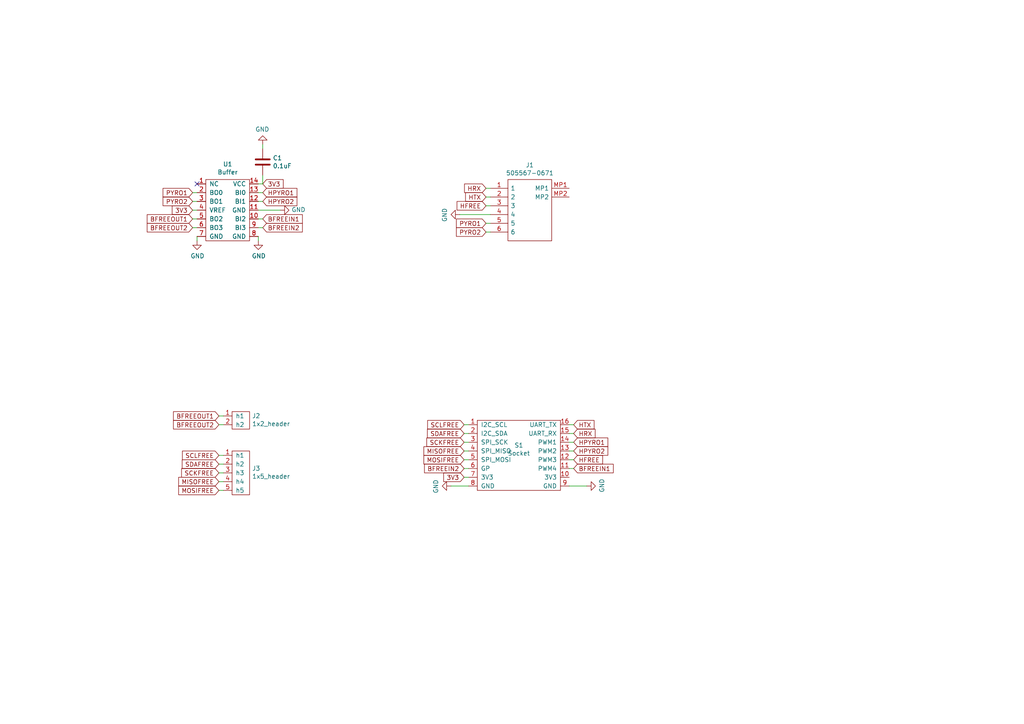
<source format=kicad_sch>
(kicad_sch (version 20211123) (generator eeschema)
  (paper "A4")
  (title_block (title "Clip Board") (date "2022-01-02") (rev "R04") (company "EPFL Rocket Team") (comment 1 "EPFL Rocket Team all right reserved"))
  (lib_symbols
    (symbol "CLIP_BOARD:1x2_header" (pin_names (offset 1.016))
      (property "Reference" "J" (at 0 3.81 0))
      (property "Value" "1x2_header" (at 0 -3.81 0))
      (symbol "1x2_header_0_1"
        (rectangle (start -2.54 2.54) (end 2.54 -2.54))
      )
      (symbol "1x2_header_1_1"
        (pin passive line (at -5.08 1.27 0) (length 2.54) (name "h1") (number "1"))
        (pin passive line (at -5.08 -1.27 0) (length 2.54) (name "h2") (number "2"))
      )
    )
    (symbol "CLIP_BOARD:1x5_header" (pin_names (offset 1.016))
      (property "Reference" "J" (at -1.27 7.62 0))
      (property "Value" "1x5_header" (at 0 -7.62 0))
      (symbol "1x5_header_0_1"
        (rectangle (start -2.54 6.35) (end 2.54 -6.35))
      )
      (symbol "1x5_header_1_1"
        (pin passive line (at -5.08 5.08 0) (length 2.54) (name "h1") (number "1"))
        (pin passive line (at -5.08 2.54 0) (length 2.54) (name "h2") (number "2"))
        (pin passive line (at -5.08 0 0) (length 2.54) (name "h3") (number "3"))
        (pin passive line (at -5.08 -2.54 0) (length 2.54) (name "h4") (number "4"))
        (pin passive line (at -5.08 -5.08 0) (length 2.54) (name "h5") (number "5"))
      )
    )
    (symbol "CLIP_BOARD:GTL2034PW,118" (pin_names (offset 1.016))
      (property "Reference" "U" (at -5.08 10.16 0))
      (property "Value" "GTL2034PW,118" (at 0 -10.16 0))
      (symbol "GTL2034PW,118_0_1"
        (rectangle (start -6.35 8.89) (end 6.35 -8.89))
      )
      (symbol "GTL2034PW,118_1_1"
        (pin input line (at -8.89 7.62 0) (length 2.54) (name "NC") (number "1"))
        (pin input line (at 8.89 -2.54 180) (length 2.54) (name "BI2") (number "10"))
        (pin output line (at 8.89 0 180) (length 2.54) (name "GND") (number "11"))
        (pin input line (at 8.89 2.54 180) (length 2.54) (name "BI1") (number "12"))
        (pin input line (at 8.89 5.08 180) (length 2.54) (name "BI0") (number "13"))
        (pin input line (at 8.89 7.62 180) (length 2.54) (name "VCC") (number "14"))
        (pin output line (at -8.89 5.08 0) (length 2.54) (name "BO0") (number "2"))
        (pin output line (at -8.89 2.54 0) (length 2.54) (name "BO1") (number "3"))
        (pin input line (at -8.89 0 0) (length 2.54) (name "VREF") (number "4"))
        (pin output line (at -8.89 -2.54 0) (length 2.54) (name "BO2") (number "5"))
        (pin output line (at -8.89 -5.08 0) (length 2.54) (name "BO3") (number "6"))
        (pin output line (at -8.89 -7.62 0) (length 2.54) (name "GND") (number "7"))
        (pin output line (at 8.89 -7.62 180) (length 2.54) (name "GND") (number "8"))
        (pin input line (at 8.89 -5.08 180) (length 2.54) (name "BI3") (number "9"))
      )
    )
    (symbol "Device:C" (pin_numbers hide) (pin_names (offset 0.254))
      (property "Reference" "C" (at 0.635 2.54 0))
      (property "Value" "C" (at 0.635 -2.54 0))
      (symbol "C_0_1"
        (polyline (pts (xy -2.032 -0.762) (xy 2.032 -0.762)) (stroke (width 0.508)))
        (polyline (pts (xy -2.032 0.762) (xy 2.032 0.762)) (stroke (width 0.508)))
      )
      (symbol "C_1_1"
        (pin passive line (at 0 3.81 270) (length 2.794) (name "~") (number "1"))
        (pin passive line (at 0 -3.81 90) (length 2.794) (name "~") (number "2"))
      )
    )
    (symbol "EXTENSION:505567-0671" (pin_names (offset 0.762))
      (property "Reference" "J" (at 19.05 7.62 0))
      (property "Value" "505567-0671" (at 19.05 5.08 0))
      (symbol "505567-0671_0_0"
        (pin passive line (at 0 0 0) (length 5.08) (name "1") (number "1"))
        (pin passive line (at 0 -2.54 0) (length 5.08) (name "2") (number "2"))
        (pin passive line (at 0 -5.08 0) (length 5.08) (name "3") (number "3"))
        (pin passive line (at 0 -7.62 0) (length 5.08) (name "4") (number "4"))
        (pin passive line (at 0 -10.16 0) (length 5.08) (name "5") (number "5"))
        (pin passive line (at 0 -12.7 0) (length 5.08) (name "6") (number "6"))
        (pin passive line (at 22.86 0 180) (length 5.08) (name "MP1") (number "MP1"))
        (pin passive line (at 22.86 -2.54 180) (length 5.08) (name "MP2") (number "MP2"))
      )
      (symbol "505567-0671_0_1"
        (polyline (pts (xy 5.08 2.54) (xy 17.78 2.54) (xy 17.78 -15.24) (xy 5.08 -15.24) (xy 5.08 2.54)) (stroke (width 0.1524)))
      )
    )
    (symbol "power:GND" (power) (pin_names (offset 0))
      (property "Value" "GND" (at 0 -3.81 0))
      (symbol "GND_0_1"
        (polyline (pts (xy 0 0) (xy 0 -1.27) (xy 1.27 -1.27) (xy 0 -2.54) (xy -1.27 -1.27) (xy 0 -1.27)))
      )
      (symbol "GND_1_1"
        (pin power_in line (at 0 0 270) (length 0) hide (name "GND") (number "1"))
      )
    )
    (symbol "socket:Socket" (pin_names (offset 1.016))
      (property "Reference" "S" (at -10.16 -11.43 0))
      (property "Value" "Socket" (at 0 12.7 0))
      (symbol "Socket_0_1"
        (rectangle (start -12.7 10.16) (end 11.43 -10.16))
      )
      (symbol "Socket_1_1"
        (pin passive line (at -15.24 8.89 0) (length 2.54) (name "I2C_SCL") (number "1"))
        (pin passive line (at 13.97 -6.35 180) (length 2.54) (name "3V3") (number "10"))
        (pin passive line (at 13.97 -3.81 180) (length 2.54) (name "PWM4") (number "11"))
        (pin passive line (at 13.97 -1.27 180) (length 2.54) (name "PWM3") (number "12"))
        (pin passive line (at 13.97 1.27 180) (length 2.54) (name "PWM2") (number "13"))
        (pin passive line (at 13.97 3.81 180) (length 2.54) (name "PWM1") (number "14"))
        (pin passive line (at 13.97 6.35 180) (length 2.54) (name "UART_RX") (number "15"))
        (pin passive line (at 13.97 8.89 180) (length 2.54) (name "UART_TX") (number "16"))
        (pin passive line (at -15.24 6.35 0) (length 2.54) (name "I2C_SDA") (number "2"))
        (pin passive line (at -15.24 3.81 0) (length 2.54) (name "SPI_SCK") (number "3"))
        (pin passive line (at -15.24 1.27 0) (length 2.54) (name "SPI_MISO") (number "4"))
        (pin passive line (at -15.24 -1.27 0) (length 2.54) (name "SPI_MOSI") (number "5"))
        (pin passive line (at -15.24 -3.81 0) (length 2.54) (name "GP") (number "6"))
        (pin passive line (at -15.24 -6.35 0) (length 2.54) (name "3V3") (number "7"))
        (pin passive line (at -15.24 -8.89 0) (length 2.54) (name "GND") (number "8"))
        (pin passive line (at 13.97 -8.89 180) (length 2.54) (name "GND") (number "9"))
      )
    )
  )
  (no_connect (at 57.15 53.34))
  (wire (pts (xy 166.37 133.35) (xy 165.1 133.35)))
  (wire (pts (xy 140.97 67.31) (xy 142.24 67.31)))
  (wire (pts (xy 140.97 64.77) (xy 142.24 64.77)))
  (wire (pts (xy 140.97 54.61) (xy 142.24 54.61)))
  (wire (pts (xy 133.35 62.23) (xy 142.24 62.23)))
  (wire (pts (xy 166.37 128.27) (xy 165.1 128.27)))
  (wire (pts (xy 166.37 123.19) (xy 165.1 123.19)))
  (wire (pts (xy 63.5 123.19) (xy 64.77 123.19)))
  (wire (pts (xy 55.88 55.88) (xy 57.15 55.88)))
  (wire (pts (xy 55.88 66.04) (xy 57.15 66.04)))
  (wire (pts (xy 134.62 138.43) (xy 135.89 138.43)))
  (wire (pts (xy 130.81 140.97) (xy 135.89 140.97)))
  (wire (pts (xy 140.97 57.15) (xy 142.24 57.15)))
  (wire (pts (xy 63.5 134.62) (xy 64.77 134.62)))
  (wire (pts (xy 76.2 66.04) (xy 74.93 66.04)))
  (wire (pts (xy 55.88 58.42) (xy 57.15 58.42)))
  (wire (pts (xy 63.5 142.24) (xy 64.77 142.24)))
  (wire (pts (xy 134.62 123.19) (xy 135.89 123.19)))
  (wire (pts (xy 76.2 50.8) (xy 76.2 53.34)))
  (wire (pts (xy 134.62 133.35) (xy 135.89 133.35)))
  (wire (pts (xy 170.18 140.97) (xy 165.1 140.97)))
  (wire (pts (xy 76.2 58.42) (xy 74.93 58.42)))
  (wire (pts (xy 76.2 41.91) (xy 76.2 43.18)))
  (wire (pts (xy 134.62 130.81) (xy 135.89 130.81)))
  (wire (pts (xy 63.5 132.08) (xy 64.77 132.08)))
  (wire (pts (xy 55.88 63.5) (xy 57.15 63.5)))
  (wire (pts (xy 134.62 135.89) (xy 135.89 135.89)))
  (wire (pts (xy 76.2 53.34) (xy 74.93 53.34)))
  (wire (pts (xy 63.5 139.7) (xy 64.77 139.7)))
  (wire (pts (xy 76.2 55.88) (xy 74.93 55.88)))
  (wire (pts (xy 166.37 135.89) (xy 165.1 135.89)))
  (wire (pts (xy 74.93 68.58) (xy 74.93 69.85)))
  (wire (pts (xy 134.62 125.73) (xy 135.89 125.73)))
  (wire (pts (xy 76.2 63.5) (xy 74.93 63.5)))
  (wire (pts (xy 63.5 120.65) (xy 64.77 120.65)))
  (wire (pts (xy 63.5 137.16) (xy 64.77 137.16)))
  (wire (pts (xy 134.62 128.27) (xy 135.89 128.27)))
  (wire (pts (xy 140.97 59.69) (xy 142.24 59.69)))
  (wire (pts (xy 55.88 60.96) (xy 57.15 60.96)))
  (wire (pts (xy 166.37 130.81) (xy 165.1 130.81)))
  (wire (pts (xy 166.37 125.73) (xy 165.1 125.73)))
  (wire (pts (xy 57.15 69.85) (xy 57.15 68.58)))
  (wire (pts (xy 81.28 60.96) (xy 74.93 60.96)))
  (global_label "BFREEIN1" (shape input) (at 76.2 63.5 0) (property "Intersheet References" "${INTERSHEET_REFS}" (effects hide)))
  (global_label "HTX" (shape input) (at 140.97 57.15 180) (property "Intersheet References" "${INTERSHEET_REFS}" (effects hide)))
  (global_label "BFREEOUT2" (shape input) (at 55.88 66.04 180) (property "Intersheet References" "${INTERSHEET_REFS}" (effects hide)))
  (global_label "HFREE" (shape input) (at 140.97 59.69 180) (property "Intersheet References" "${INTERSHEET_REFS}" (effects hide)))
  (global_label "HRX" (shape input) (at 140.97 54.61 180) (property "Intersheet References" "${INTERSHEET_REFS}" (effects hide)))
  (global_label "HRX" (shape input) (at 166.37 125.73 0) (property "Intersheet References" "${INTERSHEET_REFS}" (effects hide)))
  (global_label "MISOFREE" (shape input) (at 134.62 130.81 180) (property "Intersheet References" "${INTERSHEET_REFS}" (effects hide)))
  (global_label "3V3" (shape input) (at 55.88 60.96 180) (property "Intersheet References" "${INTERSHEET_REFS}" (effects hide)))
  (global_label "HPYRO1" (shape input) (at 76.2 55.88 0) (property "Intersheet References" "${INTERSHEET_REFS}" (effects hide)))
  (global_label "HTX" (shape input) (at 166.37 123.19 0) (property "Intersheet References" "${INTERSHEET_REFS}" (effects hide)))
  (global_label "PYRO2" (shape input) (at 140.97 67.31 180) (property "Intersheet References" "${INTERSHEET_REFS}" (effects hide)))
  (global_label "HFREE" (shape input) (at 166.37 133.35 0) (property "Intersheet References" "${INTERSHEET_REFS}" (effects hide)))
  (global_label "BFREEOUT1" (shape input) (at 63.5 120.65 180) (property "Intersheet References" "${INTERSHEET_REFS}" (effects hide)))
  (global_label "MOSIFREE" (shape input) (at 134.62 133.35 180) (property "Intersheet References" "${INTERSHEET_REFS}" (effects hide)))
  (global_label "BFREEIN1" (shape input) (at 166.37 135.89 0) (property "Intersheet References" "${INTERSHEET_REFS}" (effects hide)))
  (global_label "BFREEIN2" (shape input) (at 134.62 135.89 180) (property "Intersheet References" "${INTERSHEET_REFS}" (effects hide)))
  (global_label "PYRO1" (shape input) (at 140.97 64.77 180) (property "Intersheet References" "${INTERSHEET_REFS}" (effects hide)))
  (global_label "MISOFREE" (shape input) (at 63.5 139.7 180) (property "Intersheet References" "${INTERSHEET_REFS}" (effects hide)))
  (global_label "HPYRO2" (shape input) (at 166.37 130.81 0) (property "Intersheet References" "${INTERSHEET_REFS}" (effects hide)))
  (global_label "PYRO2" (shape input) (at 55.88 58.42 180) (property "Intersheet References" "${INTERSHEET_REFS}" (effects hide)))
  (global_label "BFREEOUT2" (shape input) (at 63.5 123.19 180) (property "Intersheet References" "${INTERSHEET_REFS}" (effects hide)))
  (global_label "SCKFREE" (shape input) (at 134.62 128.27 180) (property "Intersheet References" "${INTERSHEET_REFS}" (effects hide)))
  (global_label "SCLFREE" (shape input) (at 63.5 132.08 180) (property "Intersheet References" "${INTERSHEET_REFS}" (effects hide)))
  (global_label "HPYRO1" (shape input) (at 166.37 128.27 0) (property "Intersheet References" "${INTERSHEET_REFS}" (effects hide)))
  (global_label "3V3" (shape input) (at 134.62 138.43 180) (property "Intersheet References" "${INTERSHEET_REFS}" (effects hide)))
  (global_label "SDAFREE" (shape input) (at 134.62 125.73 180) (property "Intersheet References" "${INTERSHEET_REFS}" (effects hide)))
  (global_label "3V3" (shape input) (at 76.2 53.34 0) (property "Intersheet References" "${INTERSHEET_REFS}" (effects hide)))
  (global_label "BFREEIN2" (shape input) (at 76.2 66.04 0) (property "Intersheet References" "${INTERSHEET_REFS}" (effects hide)))
  (global_label "SDAFREE" (shape input) (at 63.5 134.62 180) (property "Intersheet References" "${INTERSHEET_REFS}" (effects hide)))
  (global_label "PYRO1" (shape input) (at 55.88 55.88 180) (property "Intersheet References" "${INTERSHEET_REFS}" (effects hide)))
  (global_label "HPYRO2" (shape input) (at 76.2 58.42 0) (property "Intersheet References" "${INTERSHEET_REFS}" (effects hide)))
  (global_label "MOSIFREE" (shape input) (at 63.5 142.24 180) (property "Intersheet References" "${INTERSHEET_REFS}" (effects hide)))
  (global_label "BFREEOUT1" (shape input) (at 55.88 63.5 180) (property "Intersheet References" "${INTERSHEET_REFS}" (effects hide)))
  (global_label "SCLFREE" (shape input) (at 134.62 123.19 180) (property "Intersheet References" "${INTERSHEET_REFS}" (effects hide)))
  (global_label "SCKFREE" (shape input) (at 63.5 137.16 180) (property "Intersheet References" "${INTERSHEET_REFS}" (effects hide)))
  (symbol (lib_id "CLIP_BOARD:GTL2034PW,118") (at 66.04 60.96 0) (unit 1)
    (property "Reference" "U1" (at 66.04 47.625 0))
    (property "Value" "Buffer" (at 66.04 49.9364 0))
    (property "Footprint" "Package_SO:TSSOP-14_4.4x5mm_P0.65mm" (effects hide))
  )
  (symbol (lib_id "power:GND") (at 81.28 60.96 90) (unit 1)
    (property "Reference" "#PWR0101" (effects hide))
    (property "Value" "GND" (at 84.5312 60.833 90) (effects (justify right)))
  )
  (symbol (lib_id "power:GND") (at 74.93 69.85 0) (unit 1)
    (property "Reference" "#PWR0102" (effects hide))
    (property "Value" "GND" (at 75.057 74.2442 0))
  )
  (symbol (lib_id "power:GND") (at 57.15 69.85 0) (unit 1)
    (property "Reference" "#PWR0103" (effects hide))
    (property "Value" "GND" (at 57.277 74.2442 0))
  )
  (symbol (lib_id "CLIP_BOARD:1x2_header") (at 69.85 121.92 0) (unit 1)
    (property "Reference" "J2" (at 73.1012 120.6246 0) (effects (justify left)))
    (property "Value" "1x2_header" (at 73.1012 122.936 0) (effects (justify left)))
    (property "Footprint" "Connector_PinHeader_2.00mm:PinHeader_1x02_P2.00mm_Vertical" (effects hide))
  )
  (symbol (lib_id "CLIP_BOARD:1x5_header") (at 69.85 137.16 0) (unit 1)
    (property "Reference" "J3" (at 73.1012 135.8646 0) (effects (justify left)))
    (property "Value" "1x5_header" (at 73.1012 138.176 0) (effects (justify left)))
    (property "Footprint" "Connector_PinHeader_2.00mm:PinHeader_1x05_P2.00mm_Vertical" (effects hide))
  )
  (symbol (lib_id "Device:C") (at 76.2 46.99 0) (unit 1)
    (property "Reference" "C1" (at 79.121 45.8216 0) (effects (justify left)))
    (property "Value" "0.1uF" (at 79.121 48.133 0) (effects (justify left)))
    (property "Footprint" "Capacitor_SMD:C_0603_1608Metric" (effects hide))
  )
  (symbol (lib_id "power:GND") (at 76.2 41.91 180) (unit 1)
    (property "Reference" "#PWR0107" (effects hide))
    (property "Value" "GND" (at 76.073 37.5158 0))
  )
  (symbol (lib_id "socket:Socket") (at 151.13 132.08 0) (unit 1)
    (property "Reference" "S1" (at 150.495 129.159 0))
    (property "Value" "Socket" (at 150.495 131.4704 0))
    (property "Footprint" "hostboard:SOCKET" (effects hide))
  )
  (symbol (lib_id "EXTENSION:505567-0671") (at 142.24 54.61 0) (unit 1)
    (property "Reference" "J1" (at 153.67 47.879 0))
    (property "Value" "505567-0671" (at 153.67 50.1904 0))
    (property "Footprint" "EXTENSION:5055670671" (effects hide))
    (property "Datasheet" "https://componentsearchengine.com/Datasheets/1/505567-0671.pdf" (effects hide))
    (property "Description" "Molex Micro-Lock PLUS 505567, 1.25mm Pitch, 6 Way, 1 Row, Right Angle PCB Header, Surface Mount" (effects hide))
    (property "Height" "4.2" (effects hide))
    (property "Mouser Part Number" "538-505567-0671" (effects hide))
    (property "Mouser Price/Stock" "https://www.mouser.co.uk/ProductDetail/Molex/505567-0671?qs=gt1LBUVyoHmQuimOt9l14w%3D%3D" (effects hide))
    (property "Manufacturer_Name" "Molex" (effects hide))
    (property "Manufacturer_Part_Number" "505567-0671" (effects hide))
  )
  (symbol (lib_id "power:GND") (at 130.81 140.97 270) (unit 1)
    (property "Reference" "#PWR0104" (effects hide))
    (property "Value" "GND" (at 126.4158 141.097 0))
  )
  (symbol (lib_id "power:GND") (at 170.18 140.97 90) (unit 1)
    (property "Reference" "#PWR0105" (effects hide))
    (property "Value" "GND" (at 174.5742 140.843 0))
  )
  (symbol (lib_id "power:GND") (at 133.35 62.23 270) (unit 1)
    (property "Reference" "#PWR0106" (effects hide))
    (property "Value" "GND" (at 128.9558 62.357 0))
  )
)
</source>
